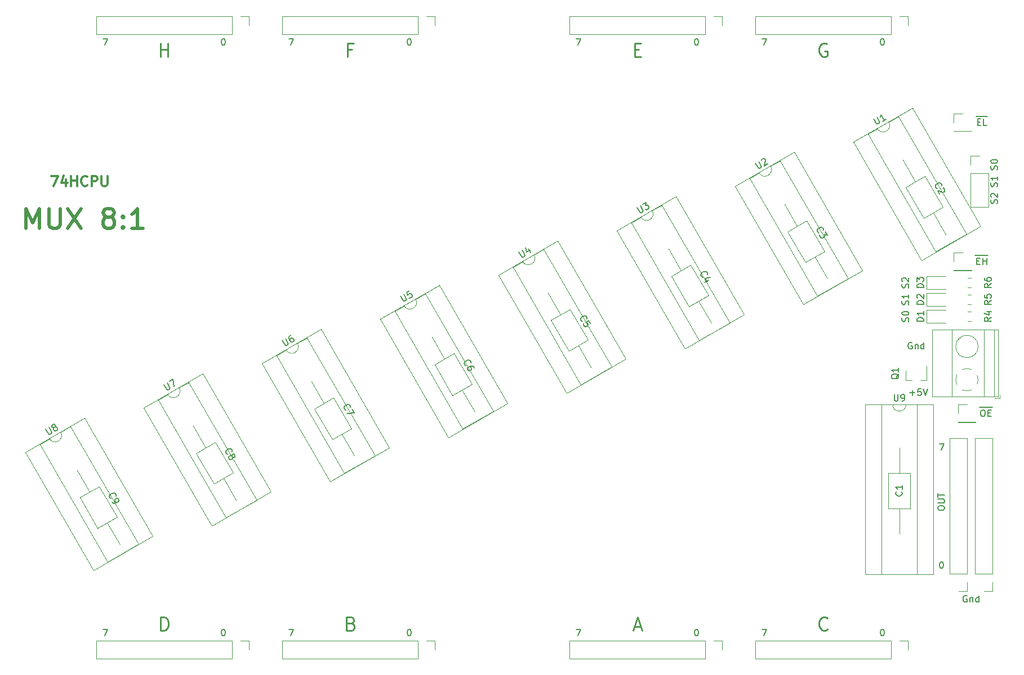
<source format=gbr>
%TF.GenerationSoftware,KiCad,Pcbnew,(5.1.8)-1*%
%TF.CreationDate,2024-01-21T21:17:12+03:00*%
%TF.ProjectId,MUX8x1-v5,4d555838-7831-42d7-9635-2e6b69636164,rev?*%
%TF.SameCoordinates,Original*%
%TF.FileFunction,Legend,Top*%
%TF.FilePolarity,Positive*%
%FSLAX46Y46*%
G04 Gerber Fmt 4.6, Leading zero omitted, Abs format (unit mm)*
G04 Created by KiCad (PCBNEW (5.1.8)-1) date 2024-01-21 21:17:12*
%MOMM*%
%LPD*%
G01*
G04 APERTURE LIST*
%ADD10C,0.500000*%
%ADD11C,0.300000*%
%ADD12C,0.150000*%
%ADD13C,0.250000*%
%ADD14C,0.120000*%
G04 APERTURE END LIST*
D10*
X31290714Y-63587142D02*
X31290714Y-60587142D01*
X32290714Y-62730000D01*
X33290714Y-60587142D01*
X33290714Y-63587142D01*
X34719285Y-60587142D02*
X34719285Y-63015714D01*
X34862142Y-63301428D01*
X35005000Y-63444285D01*
X35290714Y-63587142D01*
X35862142Y-63587142D01*
X36147857Y-63444285D01*
X36290714Y-63301428D01*
X36433571Y-63015714D01*
X36433571Y-60587142D01*
X37576428Y-60587142D02*
X39576428Y-63587142D01*
X39576428Y-60587142D02*
X37576428Y-63587142D01*
X43433571Y-61872857D02*
X43147857Y-61730000D01*
X43005000Y-61587142D01*
X42862142Y-61301428D01*
X42862142Y-61158571D01*
X43005000Y-60872857D01*
X43147857Y-60730000D01*
X43433571Y-60587142D01*
X44005000Y-60587142D01*
X44290714Y-60730000D01*
X44433571Y-60872857D01*
X44576428Y-61158571D01*
X44576428Y-61301428D01*
X44433571Y-61587142D01*
X44290714Y-61730000D01*
X44005000Y-61872857D01*
X43433571Y-61872857D01*
X43147857Y-62015714D01*
X43005000Y-62158571D01*
X42862142Y-62444285D01*
X42862142Y-63015714D01*
X43005000Y-63301428D01*
X43147857Y-63444285D01*
X43433571Y-63587142D01*
X44005000Y-63587142D01*
X44290714Y-63444285D01*
X44433571Y-63301428D01*
X44576428Y-63015714D01*
X44576428Y-62444285D01*
X44433571Y-62158571D01*
X44290714Y-62015714D01*
X44005000Y-61872857D01*
X45862142Y-63301428D02*
X46005000Y-63444285D01*
X45862142Y-63587142D01*
X45719285Y-63444285D01*
X45862142Y-63301428D01*
X45862142Y-63587142D01*
X45862142Y-61730000D02*
X46005000Y-61872857D01*
X45862142Y-62015714D01*
X45719285Y-61872857D01*
X45862142Y-61730000D01*
X45862142Y-62015714D01*
X48862142Y-63587142D02*
X47147857Y-63587142D01*
X48005000Y-63587142D02*
X48005000Y-60587142D01*
X47719285Y-61015714D01*
X47433571Y-61301428D01*
X47147857Y-61444285D01*
D11*
X35084285Y-55693571D02*
X36084285Y-55693571D01*
X35441428Y-57193571D01*
X37298571Y-56193571D02*
X37298571Y-57193571D01*
X36941428Y-55622142D02*
X36584285Y-56693571D01*
X37512857Y-56693571D01*
X38084285Y-57193571D02*
X38084285Y-55693571D01*
X38084285Y-56407857D02*
X38941428Y-56407857D01*
X38941428Y-57193571D02*
X38941428Y-55693571D01*
X40512857Y-57050714D02*
X40441428Y-57122142D01*
X40227142Y-57193571D01*
X40084285Y-57193571D01*
X39870000Y-57122142D01*
X39727142Y-56979285D01*
X39655714Y-56836428D01*
X39584285Y-56550714D01*
X39584285Y-56336428D01*
X39655714Y-56050714D01*
X39727142Y-55907857D01*
X39870000Y-55765000D01*
X40084285Y-55693571D01*
X40227142Y-55693571D01*
X40441428Y-55765000D01*
X40512857Y-55836428D01*
X41155714Y-57193571D02*
X41155714Y-55693571D01*
X41727142Y-55693571D01*
X41870000Y-55765000D01*
X41941428Y-55836428D01*
X42012857Y-55979285D01*
X42012857Y-56193571D01*
X41941428Y-56336428D01*
X41870000Y-56407857D01*
X41727142Y-56479285D01*
X41155714Y-56479285D01*
X42655714Y-55693571D02*
X42655714Y-56907857D01*
X42727142Y-57050714D01*
X42798571Y-57122142D01*
X42941428Y-57193571D01*
X43227142Y-57193571D01*
X43370000Y-57122142D01*
X43441428Y-57050714D01*
X43512857Y-56907857D01*
X43512857Y-55693571D01*
D12*
X174601309Y-90525000D02*
X175648928Y-90525000D01*
X175029880Y-90892380D02*
X175220357Y-90892380D01*
X175315595Y-90940000D01*
X175410833Y-91035238D01*
X175458452Y-91225714D01*
X175458452Y-91559047D01*
X175410833Y-91749523D01*
X175315595Y-91844761D01*
X175220357Y-91892380D01*
X175029880Y-91892380D01*
X174934642Y-91844761D01*
X174839404Y-91749523D01*
X174791785Y-91559047D01*
X174791785Y-91225714D01*
X174839404Y-91035238D01*
X174934642Y-90940000D01*
X175029880Y-90892380D01*
X175648928Y-90525000D02*
X176553690Y-90525000D01*
X175887023Y-91368571D02*
X176220357Y-91368571D01*
X176363214Y-91892380D02*
X175887023Y-91892380D01*
X175887023Y-90892380D01*
X176363214Y-90892380D01*
X164131785Y-88336428D02*
X164893690Y-88336428D01*
X164512738Y-88717380D02*
X164512738Y-87955476D01*
X165846071Y-87717380D02*
X165369880Y-87717380D01*
X165322261Y-88193571D01*
X165369880Y-88145952D01*
X165465119Y-88098333D01*
X165703214Y-88098333D01*
X165798452Y-88145952D01*
X165846071Y-88193571D01*
X165893690Y-88288809D01*
X165893690Y-88526904D01*
X165846071Y-88622142D01*
X165798452Y-88669761D01*
X165703214Y-88717380D01*
X165465119Y-88717380D01*
X165369880Y-88669761D01*
X165322261Y-88622142D01*
X166179404Y-87717380D02*
X166512738Y-88717380D01*
X166846071Y-87717380D01*
X164457142Y-80780000D02*
X164361904Y-80732380D01*
X164219047Y-80732380D01*
X164076190Y-80780000D01*
X163980952Y-80875238D01*
X163933333Y-80970476D01*
X163885714Y-81160952D01*
X163885714Y-81303809D01*
X163933333Y-81494285D01*
X163980952Y-81589523D01*
X164076190Y-81684761D01*
X164219047Y-81732380D01*
X164314285Y-81732380D01*
X164457142Y-81684761D01*
X164504761Y-81637142D01*
X164504761Y-81303809D01*
X164314285Y-81303809D01*
X164933333Y-81065714D02*
X164933333Y-81732380D01*
X164933333Y-81160952D02*
X164980952Y-81113333D01*
X165076190Y-81065714D01*
X165219047Y-81065714D01*
X165314285Y-81113333D01*
X165361904Y-81208571D01*
X165361904Y-81732380D01*
X166266666Y-81732380D02*
X166266666Y-80732380D01*
X166266666Y-81684761D02*
X166171428Y-81732380D01*
X165980952Y-81732380D01*
X165885714Y-81684761D01*
X165838095Y-81637142D01*
X165790476Y-81541904D01*
X165790476Y-81256190D01*
X165838095Y-81160952D01*
X165885714Y-81113333D01*
X165980952Y-81065714D01*
X166171428Y-81065714D01*
X166266666Y-81113333D01*
X163917261Y-72516904D02*
X163964880Y-72374047D01*
X163964880Y-72135952D01*
X163917261Y-72040714D01*
X163869642Y-71993095D01*
X163774404Y-71945476D01*
X163679166Y-71945476D01*
X163583928Y-71993095D01*
X163536309Y-72040714D01*
X163488690Y-72135952D01*
X163441071Y-72326428D01*
X163393452Y-72421666D01*
X163345833Y-72469285D01*
X163250595Y-72516904D01*
X163155357Y-72516904D01*
X163060119Y-72469285D01*
X163012500Y-72421666D01*
X162964880Y-72326428D01*
X162964880Y-72088333D01*
X163012500Y-71945476D01*
X163060119Y-71564523D02*
X163012500Y-71516904D01*
X162964880Y-71421666D01*
X162964880Y-71183571D01*
X163012500Y-71088333D01*
X163060119Y-71040714D01*
X163155357Y-70993095D01*
X163250595Y-70993095D01*
X163393452Y-71040714D01*
X163964880Y-71612142D01*
X163964880Y-70993095D01*
X163917261Y-75056904D02*
X163964880Y-74914047D01*
X163964880Y-74675952D01*
X163917261Y-74580714D01*
X163869642Y-74533095D01*
X163774404Y-74485476D01*
X163679166Y-74485476D01*
X163583928Y-74533095D01*
X163536309Y-74580714D01*
X163488690Y-74675952D01*
X163441071Y-74866428D01*
X163393452Y-74961666D01*
X163345833Y-75009285D01*
X163250595Y-75056904D01*
X163155357Y-75056904D01*
X163060119Y-75009285D01*
X163012500Y-74961666D01*
X162964880Y-74866428D01*
X162964880Y-74628333D01*
X163012500Y-74485476D01*
X163964880Y-73533095D02*
X163964880Y-74104523D01*
X163964880Y-73818809D02*
X162964880Y-73818809D01*
X163107738Y-73914047D01*
X163202976Y-74009285D01*
X163250595Y-74104523D01*
X163917261Y-77596904D02*
X163964880Y-77454047D01*
X163964880Y-77215952D01*
X163917261Y-77120714D01*
X163869642Y-77073095D01*
X163774404Y-77025476D01*
X163679166Y-77025476D01*
X163583928Y-77073095D01*
X163536309Y-77120714D01*
X163488690Y-77215952D01*
X163441071Y-77406428D01*
X163393452Y-77501666D01*
X163345833Y-77549285D01*
X163250595Y-77596904D01*
X163155357Y-77596904D01*
X163060119Y-77549285D01*
X163012500Y-77501666D01*
X162964880Y-77406428D01*
X162964880Y-77168333D01*
X163012500Y-77025476D01*
X162964880Y-76406428D02*
X162964880Y-76311190D01*
X163012500Y-76215952D01*
X163060119Y-76168333D01*
X163155357Y-76120714D01*
X163345833Y-76073095D01*
X163583928Y-76073095D01*
X163774404Y-76120714D01*
X163869642Y-76168333D01*
X163917261Y-76215952D01*
X163964880Y-76311190D01*
X163964880Y-76406428D01*
X163917261Y-76501666D01*
X163869642Y-76549285D01*
X163774404Y-76596904D01*
X163583928Y-76644523D01*
X163345833Y-76644523D01*
X163155357Y-76596904D01*
X163060119Y-76549285D01*
X163012500Y-76501666D01*
X162964880Y-76406428D01*
X177252261Y-59816904D02*
X177299880Y-59674047D01*
X177299880Y-59435952D01*
X177252261Y-59340714D01*
X177204642Y-59293095D01*
X177109404Y-59245476D01*
X177014166Y-59245476D01*
X176918928Y-59293095D01*
X176871309Y-59340714D01*
X176823690Y-59435952D01*
X176776071Y-59626428D01*
X176728452Y-59721666D01*
X176680833Y-59769285D01*
X176585595Y-59816904D01*
X176490357Y-59816904D01*
X176395119Y-59769285D01*
X176347500Y-59721666D01*
X176299880Y-59626428D01*
X176299880Y-59388333D01*
X176347500Y-59245476D01*
X176395119Y-58864523D02*
X176347500Y-58816904D01*
X176299880Y-58721666D01*
X176299880Y-58483571D01*
X176347500Y-58388333D01*
X176395119Y-58340714D01*
X176490357Y-58293095D01*
X176585595Y-58293095D01*
X176728452Y-58340714D01*
X177299880Y-58912142D01*
X177299880Y-58293095D01*
X177252261Y-57276904D02*
X177299880Y-57134047D01*
X177299880Y-56895952D01*
X177252261Y-56800714D01*
X177204642Y-56753095D01*
X177109404Y-56705476D01*
X177014166Y-56705476D01*
X176918928Y-56753095D01*
X176871309Y-56800714D01*
X176823690Y-56895952D01*
X176776071Y-57086428D01*
X176728452Y-57181666D01*
X176680833Y-57229285D01*
X176585595Y-57276904D01*
X176490357Y-57276904D01*
X176395119Y-57229285D01*
X176347500Y-57181666D01*
X176299880Y-57086428D01*
X176299880Y-56848333D01*
X176347500Y-56705476D01*
X177299880Y-55753095D02*
X177299880Y-56324523D01*
X177299880Y-56038809D02*
X176299880Y-56038809D01*
X176442738Y-56134047D01*
X176537976Y-56229285D01*
X176585595Y-56324523D01*
X177252261Y-54736904D02*
X177299880Y-54594047D01*
X177299880Y-54355952D01*
X177252261Y-54260714D01*
X177204642Y-54213095D01*
X177109404Y-54165476D01*
X177014166Y-54165476D01*
X176918928Y-54213095D01*
X176871309Y-54260714D01*
X176823690Y-54355952D01*
X176776071Y-54546428D01*
X176728452Y-54641666D01*
X176680833Y-54689285D01*
X176585595Y-54736904D01*
X176490357Y-54736904D01*
X176395119Y-54689285D01*
X176347500Y-54641666D01*
X176299880Y-54546428D01*
X176299880Y-54308333D01*
X176347500Y-54165476D01*
X176299880Y-53546428D02*
X176299880Y-53451190D01*
X176347500Y-53355952D01*
X176395119Y-53308333D01*
X176490357Y-53260714D01*
X176680833Y-53213095D01*
X176918928Y-53213095D01*
X177109404Y-53260714D01*
X177204642Y-53308333D01*
X177252261Y-53355952D01*
X177299880Y-53451190D01*
X177299880Y-53546428D01*
X177252261Y-53641666D01*
X177204642Y-53689285D01*
X177109404Y-53736904D01*
X176918928Y-53784523D01*
X176680833Y-53784523D01*
X176490357Y-53736904D01*
X176395119Y-53689285D01*
X176347500Y-53641666D01*
X176299880Y-53546428D01*
X174085357Y-46710000D02*
X174990119Y-46710000D01*
X174323452Y-47553571D02*
X174656785Y-47553571D01*
X174799642Y-48077380D02*
X174323452Y-48077380D01*
X174323452Y-47077380D01*
X174799642Y-47077380D01*
X174990119Y-46710000D02*
X175799642Y-46710000D01*
X175704404Y-48077380D02*
X175228214Y-48077380D01*
X175228214Y-47077380D01*
X173966309Y-67665000D02*
X174871071Y-67665000D01*
X174204404Y-68508571D02*
X174537738Y-68508571D01*
X174680595Y-69032380D02*
X174204404Y-69032380D01*
X174204404Y-68032380D01*
X174680595Y-68032380D01*
X174871071Y-67665000D02*
X175918690Y-67665000D01*
X175109166Y-69032380D02*
X175109166Y-68032380D01*
X175109166Y-68508571D02*
X175680595Y-68508571D01*
X175680595Y-69032380D02*
X175680595Y-68032380D01*
X168362380Y-105775000D02*
X168362380Y-105584523D01*
X168410000Y-105489285D01*
X168505238Y-105394047D01*
X168695714Y-105346428D01*
X169029047Y-105346428D01*
X169219523Y-105394047D01*
X169314761Y-105489285D01*
X169362380Y-105584523D01*
X169362380Y-105775000D01*
X169314761Y-105870238D01*
X169219523Y-105965476D01*
X169029047Y-106013095D01*
X168695714Y-106013095D01*
X168505238Y-105965476D01*
X168410000Y-105870238D01*
X168362380Y-105775000D01*
X168362380Y-104917857D02*
X169171904Y-104917857D01*
X169267142Y-104870238D01*
X169314761Y-104822619D01*
X169362380Y-104727380D01*
X169362380Y-104536904D01*
X169314761Y-104441666D01*
X169267142Y-104394047D01*
X169171904Y-104346428D01*
X168362380Y-104346428D01*
X168362380Y-104013095D02*
X168362380Y-103441666D01*
X169362380Y-103727380D02*
X168362380Y-103727380D01*
X168576666Y-95972380D02*
X169243333Y-95972380D01*
X168814761Y-96972380D01*
X168862380Y-113752380D02*
X168957619Y-113752380D01*
X169052857Y-113800000D01*
X169100476Y-113847619D01*
X169148095Y-113942857D01*
X169195714Y-114133333D01*
X169195714Y-114371428D01*
X169148095Y-114561904D01*
X169100476Y-114657142D01*
X169052857Y-114704761D01*
X168957619Y-114752380D01*
X168862380Y-114752380D01*
X168767142Y-114704761D01*
X168719523Y-114657142D01*
X168671904Y-114561904D01*
X168624285Y-114371428D01*
X168624285Y-114133333D01*
X168671904Y-113942857D01*
X168719523Y-113847619D01*
X168767142Y-113800000D01*
X168862380Y-113752380D01*
X172712142Y-118880000D02*
X172616904Y-118832380D01*
X172474047Y-118832380D01*
X172331190Y-118880000D01*
X172235952Y-118975238D01*
X172188333Y-119070476D01*
X172140714Y-119260952D01*
X172140714Y-119403809D01*
X172188333Y-119594285D01*
X172235952Y-119689523D01*
X172331190Y-119784761D01*
X172474047Y-119832380D01*
X172569285Y-119832380D01*
X172712142Y-119784761D01*
X172759761Y-119737142D01*
X172759761Y-119403809D01*
X172569285Y-119403809D01*
X173188333Y-119165714D02*
X173188333Y-119832380D01*
X173188333Y-119260952D02*
X173235952Y-119213333D01*
X173331190Y-119165714D01*
X173474047Y-119165714D01*
X173569285Y-119213333D01*
X173616904Y-119308571D01*
X173616904Y-119832380D01*
X174521666Y-119832380D02*
X174521666Y-118832380D01*
X174521666Y-119784761D02*
X174426428Y-119832380D01*
X174235952Y-119832380D01*
X174140714Y-119784761D01*
X174093095Y-119737142D01*
X174045476Y-119641904D01*
X174045476Y-119356190D01*
X174093095Y-119260952D01*
X174140714Y-119213333D01*
X174235952Y-119165714D01*
X174426428Y-119165714D01*
X174521666Y-119213333D01*
X60912380Y-35012380D02*
X61007619Y-35012380D01*
X61102857Y-35060000D01*
X61150476Y-35107619D01*
X61198095Y-35202857D01*
X61245714Y-35393333D01*
X61245714Y-35631428D01*
X61198095Y-35821904D01*
X61150476Y-35917142D01*
X61102857Y-35964761D01*
X61007619Y-36012380D01*
X60912380Y-36012380D01*
X60817142Y-35964761D01*
X60769523Y-35917142D01*
X60721904Y-35821904D01*
X60674285Y-35631428D01*
X60674285Y-35393333D01*
X60721904Y-35202857D01*
X60769523Y-35107619D01*
X60817142Y-35060000D01*
X60912380Y-35012380D01*
X42846666Y-35012380D02*
X43513333Y-35012380D01*
X43084761Y-36012380D01*
X88852380Y-35012380D02*
X88947619Y-35012380D01*
X89042857Y-35060000D01*
X89090476Y-35107619D01*
X89138095Y-35202857D01*
X89185714Y-35393333D01*
X89185714Y-35631428D01*
X89138095Y-35821904D01*
X89090476Y-35917142D01*
X89042857Y-35964761D01*
X88947619Y-36012380D01*
X88852380Y-36012380D01*
X88757142Y-35964761D01*
X88709523Y-35917142D01*
X88661904Y-35821904D01*
X88614285Y-35631428D01*
X88614285Y-35393333D01*
X88661904Y-35202857D01*
X88709523Y-35107619D01*
X88757142Y-35060000D01*
X88852380Y-35012380D01*
X70786666Y-35012380D02*
X71453333Y-35012380D01*
X71024761Y-36012380D01*
X132032380Y-35012380D02*
X132127619Y-35012380D01*
X132222857Y-35060000D01*
X132270476Y-35107619D01*
X132318095Y-35202857D01*
X132365714Y-35393333D01*
X132365714Y-35631428D01*
X132318095Y-35821904D01*
X132270476Y-35917142D01*
X132222857Y-35964761D01*
X132127619Y-36012380D01*
X132032380Y-36012380D01*
X131937142Y-35964761D01*
X131889523Y-35917142D01*
X131841904Y-35821904D01*
X131794285Y-35631428D01*
X131794285Y-35393333D01*
X131841904Y-35202857D01*
X131889523Y-35107619D01*
X131937142Y-35060000D01*
X132032380Y-35012380D01*
X113966666Y-35012380D02*
X114633333Y-35012380D01*
X114204761Y-36012380D01*
X159972380Y-35012380D02*
X160067619Y-35012380D01*
X160162857Y-35060000D01*
X160210476Y-35107619D01*
X160258095Y-35202857D01*
X160305714Y-35393333D01*
X160305714Y-35631428D01*
X160258095Y-35821904D01*
X160210476Y-35917142D01*
X160162857Y-35964761D01*
X160067619Y-36012380D01*
X159972380Y-36012380D01*
X159877142Y-35964761D01*
X159829523Y-35917142D01*
X159781904Y-35821904D01*
X159734285Y-35631428D01*
X159734285Y-35393333D01*
X159781904Y-35202857D01*
X159829523Y-35107619D01*
X159877142Y-35060000D01*
X159972380Y-35012380D01*
X141906666Y-35012380D02*
X142573333Y-35012380D01*
X142144761Y-36012380D01*
X159972380Y-123912380D02*
X160067619Y-123912380D01*
X160162857Y-123960000D01*
X160210476Y-124007619D01*
X160258095Y-124102857D01*
X160305714Y-124293333D01*
X160305714Y-124531428D01*
X160258095Y-124721904D01*
X160210476Y-124817142D01*
X160162857Y-124864761D01*
X160067619Y-124912380D01*
X159972380Y-124912380D01*
X159877142Y-124864761D01*
X159829523Y-124817142D01*
X159781904Y-124721904D01*
X159734285Y-124531428D01*
X159734285Y-124293333D01*
X159781904Y-124102857D01*
X159829523Y-124007619D01*
X159877142Y-123960000D01*
X159972380Y-123912380D01*
X141906666Y-123912380D02*
X142573333Y-123912380D01*
X142144761Y-124912380D01*
X132032380Y-123912380D02*
X132127619Y-123912380D01*
X132222857Y-123960000D01*
X132270476Y-124007619D01*
X132318095Y-124102857D01*
X132365714Y-124293333D01*
X132365714Y-124531428D01*
X132318095Y-124721904D01*
X132270476Y-124817142D01*
X132222857Y-124864761D01*
X132127619Y-124912380D01*
X132032380Y-124912380D01*
X131937142Y-124864761D01*
X131889523Y-124817142D01*
X131841904Y-124721904D01*
X131794285Y-124531428D01*
X131794285Y-124293333D01*
X131841904Y-124102857D01*
X131889523Y-124007619D01*
X131937142Y-123960000D01*
X132032380Y-123912380D01*
X113966666Y-123912380D02*
X114633333Y-123912380D01*
X114204761Y-124912380D01*
X88852380Y-123912380D02*
X88947619Y-123912380D01*
X89042857Y-123960000D01*
X89090476Y-124007619D01*
X89138095Y-124102857D01*
X89185714Y-124293333D01*
X89185714Y-124531428D01*
X89138095Y-124721904D01*
X89090476Y-124817142D01*
X89042857Y-124864761D01*
X88947619Y-124912380D01*
X88852380Y-124912380D01*
X88757142Y-124864761D01*
X88709523Y-124817142D01*
X88661904Y-124721904D01*
X88614285Y-124531428D01*
X88614285Y-124293333D01*
X88661904Y-124102857D01*
X88709523Y-124007619D01*
X88757142Y-123960000D01*
X88852380Y-123912380D01*
X70786666Y-123912380D02*
X71453333Y-123912380D01*
X71024761Y-124912380D01*
X42846666Y-123912380D02*
X43513333Y-123912380D01*
X43084761Y-124912380D01*
X60912380Y-123912380D02*
X61007619Y-123912380D01*
X61102857Y-123960000D01*
X61150476Y-124007619D01*
X61198095Y-124102857D01*
X61245714Y-124293333D01*
X61245714Y-124531428D01*
X61198095Y-124721904D01*
X61150476Y-124817142D01*
X61102857Y-124864761D01*
X61007619Y-124912380D01*
X60912380Y-124912380D01*
X60817142Y-124864761D01*
X60769523Y-124817142D01*
X60721904Y-124721904D01*
X60674285Y-124531428D01*
X60674285Y-124293333D01*
X60721904Y-124102857D01*
X60769523Y-124007619D01*
X60817142Y-123960000D01*
X60912380Y-123912380D01*
D13*
X151749047Y-123904285D02*
X151653809Y-123999523D01*
X151368095Y-124094761D01*
X151177619Y-124094761D01*
X150891904Y-123999523D01*
X150701428Y-123809047D01*
X150606190Y-123618571D01*
X150510952Y-123237619D01*
X150510952Y-122951904D01*
X150606190Y-122570952D01*
X150701428Y-122380476D01*
X150891904Y-122190000D01*
X151177619Y-122094761D01*
X151368095Y-122094761D01*
X151653809Y-122190000D01*
X151749047Y-122285238D01*
X122713809Y-123523333D02*
X123666190Y-123523333D01*
X122523333Y-124094761D02*
X123190000Y-122094761D01*
X123856666Y-124094761D01*
X80152857Y-123047142D02*
X80438571Y-123142380D01*
X80533809Y-123237619D01*
X80629047Y-123428095D01*
X80629047Y-123713809D01*
X80533809Y-123904285D01*
X80438571Y-123999523D01*
X80248095Y-124094761D01*
X79486190Y-124094761D01*
X79486190Y-122094761D01*
X80152857Y-122094761D01*
X80343333Y-122190000D01*
X80438571Y-122285238D01*
X80533809Y-122475714D01*
X80533809Y-122666190D01*
X80438571Y-122856666D01*
X80343333Y-122951904D01*
X80152857Y-123047142D01*
X79486190Y-123047142D01*
X51546190Y-124094761D02*
X51546190Y-122094761D01*
X52022380Y-122094761D01*
X52308095Y-122190000D01*
X52498571Y-122380476D01*
X52593809Y-122570952D01*
X52689047Y-122951904D01*
X52689047Y-123237619D01*
X52593809Y-123618571D01*
X52498571Y-123809047D01*
X52308095Y-123999523D01*
X52022380Y-124094761D01*
X51546190Y-124094761D01*
X122761428Y-36687142D02*
X123428095Y-36687142D01*
X123713809Y-37734761D02*
X122761428Y-37734761D01*
X122761428Y-35734761D01*
X123713809Y-35734761D01*
X151653809Y-35830000D02*
X151463333Y-35734761D01*
X151177619Y-35734761D01*
X150891904Y-35830000D01*
X150701428Y-36020476D01*
X150606190Y-36210952D01*
X150510952Y-36591904D01*
X150510952Y-36877619D01*
X150606190Y-37258571D01*
X150701428Y-37449047D01*
X150891904Y-37639523D01*
X151177619Y-37734761D01*
X151368095Y-37734761D01*
X151653809Y-37639523D01*
X151749047Y-37544285D01*
X151749047Y-36877619D01*
X151368095Y-36877619D01*
X51498571Y-37734761D02*
X51498571Y-35734761D01*
X51498571Y-36687142D02*
X52641428Y-36687142D01*
X52641428Y-37734761D02*
X52641428Y-35734761D01*
X80295714Y-36687142D02*
X79629047Y-36687142D01*
X79629047Y-37734761D02*
X79629047Y-35734761D01*
X80581428Y-35734761D01*
D14*
%TO.C,Q1*%
X163520000Y-86485000D02*
X164450000Y-86485000D01*
X166680000Y-86485000D02*
X165750000Y-86485000D01*
X166680000Y-86485000D02*
X166680000Y-84325000D01*
X163520000Y-86485000D02*
X163520000Y-85025000D01*
%TO.C,J20*%
X170755000Y-67250000D02*
X172085000Y-67250000D01*
X170755000Y-68580000D02*
X170755000Y-67250000D01*
X170755000Y-69850000D02*
X173415000Y-69850000D01*
X173415000Y-69850000D02*
X173415000Y-69910000D01*
X170755000Y-69850000D02*
X170755000Y-69910000D01*
X170755000Y-69910000D02*
X173415000Y-69910000D01*
%TO.C,J11*%
X163890000Y-125670000D02*
X163890000Y-127000000D01*
X162560000Y-125670000D02*
X163890000Y-125670000D01*
X161290000Y-125670000D02*
X161290000Y-128330000D01*
X161290000Y-128330000D02*
X140910000Y-128330000D01*
X161290000Y-125670000D02*
X140910000Y-125670000D01*
X140910000Y-125670000D02*
X140910000Y-128330000D01*
%TO.C,U9*%
X167700000Y-90050000D02*
X157420000Y-90050000D01*
X167700000Y-115690000D02*
X167700000Y-90050000D01*
X157420000Y-115690000D02*
X167700000Y-115690000D01*
X157420000Y-90050000D02*
X157420000Y-115690000D01*
X165210000Y-90110000D02*
X163560000Y-90110000D01*
X165210000Y-115630000D02*
X165210000Y-90110000D01*
X159910000Y-115630000D02*
X165210000Y-115630000D01*
X159910000Y-90110000D02*
X159910000Y-115630000D01*
X161560000Y-90110000D02*
X159910000Y-90110000D01*
X163560000Y-90110000D02*
G75*
G02*
X161560000Y-90110000I-1000000J0D01*
G01*
%TO.C,U8*%
X40075927Y-92111225D02*
X31173186Y-97251225D01*
X50355927Y-109916707D02*
X40075927Y-92111225D01*
X41453186Y-115056707D02*
X50355927Y-109916707D01*
X31173186Y-97251225D02*
X41453186Y-115056707D01*
X37949524Y-93408186D02*
X36520582Y-94233186D01*
X48169524Y-111109745D02*
X37949524Y-93408186D01*
X43579589Y-113759745D02*
X48169524Y-111109745D01*
X33359589Y-96058186D02*
X43579589Y-113759745D01*
X34788531Y-95233186D02*
X33359589Y-96058186D01*
X36520583Y-94233186D02*
G75*
G02*
X34788531Y-95233186I-866026J-500000D01*
G01*
%TO.C,U7*%
X57855927Y-85443725D02*
X48953186Y-90583725D01*
X68135927Y-103249207D02*
X57855927Y-85443725D01*
X59233186Y-108389207D02*
X68135927Y-103249207D01*
X48953186Y-90583725D02*
X59233186Y-108389207D01*
X55729524Y-86740686D02*
X54300582Y-87565686D01*
X65949524Y-104442245D02*
X55729524Y-86740686D01*
X61359589Y-107092245D02*
X65949524Y-104442245D01*
X51139589Y-89390686D02*
X61359589Y-107092245D01*
X52568531Y-88565686D02*
X51139589Y-89390686D01*
X54300583Y-87565686D02*
G75*
G02*
X52568531Y-88565686I-866026J-500000D01*
G01*
%TO.C,U6*%
X75635927Y-78776225D02*
X66733186Y-83916225D01*
X85915927Y-96581707D02*
X75635927Y-78776225D01*
X77013186Y-101721707D02*
X85915927Y-96581707D01*
X66733186Y-83916225D02*
X77013186Y-101721707D01*
X73509524Y-80073186D02*
X72080582Y-80898186D01*
X83729524Y-97774745D02*
X73509524Y-80073186D01*
X79139589Y-100424745D02*
X83729524Y-97774745D01*
X68919589Y-82723186D02*
X79139589Y-100424745D01*
X70348531Y-81898186D02*
X68919589Y-82723186D01*
X72080583Y-80898186D02*
G75*
G02*
X70348531Y-81898186I-866026J-500000D01*
G01*
%TO.C,U5*%
X93415927Y-72108725D02*
X84513186Y-77248725D01*
X103695927Y-89914207D02*
X93415927Y-72108725D01*
X94793186Y-95054207D02*
X103695927Y-89914207D01*
X84513186Y-77248725D02*
X94793186Y-95054207D01*
X91289524Y-73405686D02*
X89860582Y-74230686D01*
X101509524Y-91107245D02*
X91289524Y-73405686D01*
X96919589Y-93757245D02*
X101509524Y-91107245D01*
X86699589Y-76055686D02*
X96919589Y-93757245D01*
X88128531Y-75230686D02*
X86699589Y-76055686D01*
X89860583Y-74230686D02*
G75*
G02*
X88128531Y-75230686I-866026J-500000D01*
G01*
%TO.C,U4*%
X111195927Y-65441225D02*
X102293186Y-70581225D01*
X121475927Y-83246707D02*
X111195927Y-65441225D01*
X112573186Y-88386707D02*
X121475927Y-83246707D01*
X102293186Y-70581225D02*
X112573186Y-88386707D01*
X109069524Y-66738186D02*
X107640582Y-67563186D01*
X119289524Y-84439745D02*
X109069524Y-66738186D01*
X114699589Y-87089745D02*
X119289524Y-84439745D01*
X104479589Y-69388186D02*
X114699589Y-87089745D01*
X105908531Y-68563186D02*
X104479589Y-69388186D01*
X107640583Y-67563186D02*
G75*
G02*
X105908531Y-68563186I-866026J-500000D01*
G01*
%TO.C,U3*%
X128975927Y-58773725D02*
X120073186Y-63913725D01*
X139255927Y-76579207D02*
X128975927Y-58773725D01*
X130353186Y-81719207D02*
X139255927Y-76579207D01*
X120073186Y-63913725D02*
X130353186Y-81719207D01*
X126849524Y-60070686D02*
X125420582Y-60895686D01*
X137069524Y-77772245D02*
X126849524Y-60070686D01*
X132479589Y-80422245D02*
X137069524Y-77772245D01*
X122259589Y-62720686D02*
X132479589Y-80422245D01*
X123688531Y-61895686D02*
X122259589Y-62720686D01*
X125420583Y-60895686D02*
G75*
G02*
X123688531Y-61895686I-866026J-500000D01*
G01*
%TO.C,U2*%
X146755927Y-52106225D02*
X137853186Y-57246225D01*
X157035927Y-69911707D02*
X146755927Y-52106225D01*
X148133186Y-75051707D02*
X157035927Y-69911707D01*
X137853186Y-57246225D02*
X148133186Y-75051707D01*
X144629524Y-53403186D02*
X143200582Y-54228186D01*
X154849524Y-71104745D02*
X144629524Y-53403186D01*
X150259589Y-73754745D02*
X154849524Y-71104745D01*
X140039589Y-56053186D02*
X150259589Y-73754745D01*
X141468531Y-55228186D02*
X140039589Y-56053186D01*
X143200583Y-54228186D02*
G75*
G02*
X141468531Y-55228186I-866026J-500000D01*
G01*
%TO.C,U1*%
X164535927Y-45438725D02*
X155633186Y-50578725D01*
X174815927Y-63244207D02*
X164535927Y-45438725D01*
X165913186Y-68384207D02*
X174815927Y-63244207D01*
X155633186Y-50578725D02*
X165913186Y-68384207D01*
X162409524Y-46735686D02*
X160980582Y-47560686D01*
X172629524Y-64437245D02*
X162409524Y-46735686D01*
X168039589Y-67087245D02*
X172629524Y-64437245D01*
X157819589Y-49385686D02*
X168039589Y-67087245D01*
X159248531Y-48560686D02*
X157819589Y-49385686D01*
X160980583Y-47560686D02*
G75*
G02*
X159248531Y-48560686I-866026J-500000D01*
G01*
%TO.C,R6*%
X172857936Y-72490000D02*
X173312064Y-72490000D01*
X172857936Y-71020000D02*
X173312064Y-71020000D01*
%TO.C,R5*%
X172857936Y-75030000D02*
X173312064Y-75030000D01*
X172857936Y-73560000D02*
X173312064Y-73560000D01*
%TO.C,R4*%
X172857936Y-77570000D02*
X173312064Y-77570000D01*
X172857936Y-76100000D02*
X173312064Y-76100000D01*
%TO.C,J21*%
X172780000Y-118170000D02*
X171450000Y-118170000D01*
X172780000Y-116840000D02*
X172780000Y-118170000D01*
X172780000Y-115570000D02*
X170120000Y-115570000D01*
X170120000Y-115570000D02*
X170120000Y-95190000D01*
X172780000Y-115570000D02*
X172780000Y-95190000D01*
X172780000Y-95190000D02*
X170120000Y-95190000D01*
%TO.C,J16*%
X64830000Y-31690000D02*
X64830000Y-33020000D01*
X63500000Y-31690000D02*
X64830000Y-31690000D01*
X62230000Y-31690000D02*
X62230000Y-34350000D01*
X62230000Y-34350000D02*
X41850000Y-34350000D01*
X62230000Y-31690000D02*
X41850000Y-31690000D01*
X41850000Y-31690000D02*
X41850000Y-34350000D01*
%TO.C,J15*%
X64830000Y-125670000D02*
X64830000Y-127000000D01*
X63500000Y-125670000D02*
X64830000Y-125670000D01*
X62230000Y-125670000D02*
X62230000Y-128330000D01*
X62230000Y-128330000D02*
X41850000Y-128330000D01*
X62230000Y-125670000D02*
X41850000Y-125670000D01*
X41850000Y-125670000D02*
X41850000Y-128330000D01*
%TO.C,J13*%
X170755000Y-46295000D02*
X172085000Y-46295000D01*
X170755000Y-47625000D02*
X170755000Y-46295000D01*
X170755000Y-48895000D02*
X173415000Y-48895000D01*
X173415000Y-48895000D02*
X173415000Y-48955000D01*
X170755000Y-48895000D02*
X170755000Y-48955000D01*
X170755000Y-48955000D02*
X173415000Y-48955000D01*
%TO.C,J12*%
X163890000Y-31690000D02*
X163890000Y-33020000D01*
X162560000Y-31690000D02*
X163890000Y-31690000D01*
X161290000Y-31690000D02*
X161290000Y-34350000D01*
X161290000Y-34350000D02*
X140910000Y-34350000D01*
X161290000Y-31690000D02*
X140910000Y-31690000D01*
X140910000Y-31690000D02*
X140910000Y-34350000D01*
%TO.C,J10*%
X173295000Y-52645000D02*
X174625000Y-52645000D01*
X173295000Y-53975000D02*
X173295000Y-52645000D01*
X173295000Y-55245000D02*
X175955000Y-55245000D01*
X175955000Y-55245000D02*
X175955000Y-60385000D01*
X173295000Y-55245000D02*
X173295000Y-60385000D01*
X173295000Y-60385000D02*
X175955000Y-60385000D01*
%TO.C,J9*%
X177620000Y-89160000D02*
X177620000Y-88660000D01*
X176880000Y-89160000D02*
X177620000Y-89160000D01*
X173743000Y-82587000D02*
X173789000Y-82634000D01*
X171445000Y-80290000D02*
X171481000Y-80325000D01*
X173959000Y-82394000D02*
X173994000Y-82429000D01*
X171651000Y-80085000D02*
X171697000Y-80132000D01*
X167459000Y-78800000D02*
X177380000Y-78800000D01*
X167459000Y-88920000D02*
X177380000Y-88920000D01*
X177380000Y-88920000D02*
X177380000Y-78800000D01*
X167459000Y-88920000D02*
X167459000Y-78800000D01*
X170419000Y-88920000D02*
X170419000Y-78800000D01*
X175320000Y-88920000D02*
X175320000Y-78800000D01*
X176820000Y-88920000D02*
X176820000Y-78800000D01*
X174400000Y-81360000D02*
G75*
G03*
X174400000Y-81360000I-1680000J0D01*
G01*
X174400253Y-86331195D02*
G75*
G02*
X174255000Y-87044000I-1680253J-28805D01*
G01*
X173403042Y-87895426D02*
G75*
G02*
X172036000Y-87895000I-683042J1535426D01*
G01*
X171184574Y-87043042D02*
G75*
G02*
X171185000Y-85676000I1535426J683042D01*
G01*
X172036958Y-84824574D02*
G75*
G02*
X173404000Y-84825000I683042J-1535426D01*
G01*
X174254756Y-85676682D02*
G75*
G02*
X174400000Y-86360000I-1534756J-683318D01*
G01*
%TO.C,J7*%
X171390000Y-90110000D02*
X172720000Y-90110000D01*
X171390000Y-91440000D02*
X171390000Y-90110000D01*
X171390000Y-92710000D02*
X174050000Y-92710000D01*
X174050000Y-92710000D02*
X174050000Y-92770000D01*
X171390000Y-92710000D02*
X171390000Y-92770000D01*
X171390000Y-92770000D02*
X174050000Y-92770000D01*
%TO.C,J6*%
X92770000Y-31690000D02*
X92770000Y-33020000D01*
X91440000Y-31690000D02*
X92770000Y-31690000D01*
X90170000Y-31690000D02*
X90170000Y-34350000D01*
X90170000Y-34350000D02*
X69790000Y-34350000D01*
X90170000Y-31690000D02*
X69790000Y-31690000D01*
X69790000Y-31690000D02*
X69790000Y-34350000D01*
%TO.C,J5*%
X92770000Y-125670000D02*
X92770000Y-127000000D01*
X91440000Y-125670000D02*
X92770000Y-125670000D01*
X90170000Y-125670000D02*
X90170000Y-128330000D01*
X90170000Y-128330000D02*
X69790000Y-128330000D01*
X90170000Y-125670000D02*
X69790000Y-125670000D01*
X69790000Y-125670000D02*
X69790000Y-128330000D01*
%TO.C,J3*%
X176590000Y-118170000D02*
X175260000Y-118170000D01*
X176590000Y-116840000D02*
X176590000Y-118170000D01*
X176590000Y-115570000D02*
X173930000Y-115570000D01*
X173930000Y-115570000D02*
X173930000Y-95190000D01*
X176590000Y-115570000D02*
X176590000Y-95190000D01*
X176590000Y-95190000D02*
X173930000Y-95190000D01*
%TO.C,J2*%
X135950000Y-31690000D02*
X135950000Y-33020000D01*
X134620000Y-31690000D02*
X135950000Y-31690000D01*
X133350000Y-31690000D02*
X133350000Y-34350000D01*
X133350000Y-34350000D02*
X112970000Y-34350000D01*
X133350000Y-31690000D02*
X112970000Y-31690000D01*
X112970000Y-31690000D02*
X112970000Y-34350000D01*
%TO.C,J1*%
X135950000Y-125670000D02*
X135950000Y-127000000D01*
X134620000Y-125670000D02*
X135950000Y-125670000D01*
X133350000Y-125670000D02*
X133350000Y-128330000D01*
X133350000Y-128330000D02*
X112970000Y-128330000D01*
X133350000Y-125670000D02*
X112970000Y-125670000D01*
X112970000Y-125670000D02*
X112970000Y-128330000D01*
%TO.C,D3*%
X166660000Y-72715000D02*
X169520000Y-72715000D01*
X166660000Y-70795000D02*
X166660000Y-72715000D01*
X169520000Y-70795000D02*
X166660000Y-70795000D01*
%TO.C,D2*%
X166660000Y-75255000D02*
X169520000Y-75255000D01*
X166660000Y-73335000D02*
X166660000Y-75255000D01*
X169520000Y-73335000D02*
X166660000Y-73335000D01*
%TO.C,D1*%
X166660000Y-77795000D02*
X169520000Y-77795000D01*
X166660000Y-75875000D02*
X166660000Y-77795000D01*
X169520000Y-75875000D02*
X166660000Y-75875000D01*
%TO.C,C9*%
X45397500Y-111149715D02*
X43502500Y-107867478D01*
X38937500Y-99960666D02*
X40832500Y-103242903D01*
X44948762Y-107032478D02*
X42278762Y-102407903D01*
X42056238Y-108702478D02*
X44948762Y-107032478D01*
X39386238Y-104077903D02*
X42056238Y-108702478D01*
X42278762Y-102407903D02*
X39386238Y-104077903D01*
%TO.C,C8*%
X62860000Y-104482215D02*
X60965000Y-101199978D01*
X56400000Y-93293166D02*
X58295000Y-96575403D01*
X62411262Y-100364978D02*
X59741262Y-95740403D01*
X59518738Y-102034978D02*
X62411262Y-100364978D01*
X56848738Y-97410403D02*
X59518738Y-102034978D01*
X59741262Y-95740403D02*
X56848738Y-97410403D01*
%TO.C,C7*%
X80640000Y-97814715D02*
X78745000Y-94532478D01*
X74180000Y-86625666D02*
X76075000Y-89907903D01*
X80191262Y-93697478D02*
X77521262Y-89072903D01*
X77298738Y-95367478D02*
X80191262Y-93697478D01*
X74628738Y-90742903D02*
X77298738Y-95367478D01*
X77521262Y-89072903D02*
X74628738Y-90742903D01*
%TO.C,C6*%
X98737500Y-91147215D02*
X96842500Y-87864978D01*
X92277500Y-79958166D02*
X94172500Y-83240403D01*
X98288762Y-87029978D02*
X95618762Y-82405403D01*
X95396238Y-88699978D02*
X98288762Y-87029978D01*
X92726238Y-84075403D02*
X95396238Y-88699978D01*
X95618762Y-82405403D02*
X92726238Y-84075403D01*
%TO.C,C5*%
X116200000Y-84479715D02*
X114305000Y-81197478D01*
X109740000Y-73290666D02*
X111635000Y-76572903D01*
X115751262Y-80362478D02*
X113081262Y-75737903D01*
X112858738Y-82032478D02*
X115751262Y-80362478D01*
X110188738Y-77407903D02*
X112858738Y-82032478D01*
X113081262Y-75737903D02*
X110188738Y-77407903D01*
%TO.C,C4*%
X134297500Y-77812215D02*
X132402500Y-74529978D01*
X127837500Y-66623166D02*
X129732500Y-69905403D01*
X133848762Y-73694978D02*
X131178762Y-69070403D01*
X130956238Y-75364978D02*
X133848762Y-73694978D01*
X128286238Y-70740403D02*
X130956238Y-75364978D01*
X131178762Y-69070403D02*
X128286238Y-70740403D01*
%TO.C,C3*%
X151760000Y-71144715D02*
X149865000Y-67862478D01*
X145300000Y-59955666D02*
X147195000Y-63237903D01*
X151311262Y-67027478D02*
X148641262Y-62402903D01*
X148418738Y-68697478D02*
X151311262Y-67027478D01*
X145748738Y-64072903D02*
X148418738Y-68697478D01*
X148641262Y-62402903D02*
X145748738Y-64072903D01*
%TO.C,C2*%
X169540000Y-64477215D02*
X167645000Y-61194978D01*
X163080000Y-53288166D02*
X164975000Y-56570403D01*
X169091262Y-60359978D02*
X166421262Y-55735403D01*
X166198738Y-62029978D02*
X169091262Y-60359978D01*
X163528738Y-57405403D02*
X166198738Y-62029978D01*
X166421262Y-55735403D02*
X163528738Y-57405403D01*
%TO.C,C1*%
X162560000Y-109527500D02*
X162560000Y-105737500D01*
X162560000Y-96607500D02*
X162560000Y-100397500D01*
X164230000Y-105737500D02*
X164230000Y-100397500D01*
X160890000Y-105737500D02*
X164230000Y-105737500D01*
X160890000Y-100397500D02*
X160890000Y-105737500D01*
X164230000Y-100397500D02*
X160890000Y-100397500D01*
%TO.C,Q1*%
D12*
X162472619Y-85502738D02*
X162425000Y-85597976D01*
X162329761Y-85693214D01*
X162186904Y-85836071D01*
X162139285Y-85931309D01*
X162139285Y-86026547D01*
X162377380Y-85978928D02*
X162329761Y-86074166D01*
X162234523Y-86169404D01*
X162044047Y-86217023D01*
X161710714Y-86217023D01*
X161520238Y-86169404D01*
X161425000Y-86074166D01*
X161377380Y-85978928D01*
X161377380Y-85788452D01*
X161425000Y-85693214D01*
X161520238Y-85597976D01*
X161710714Y-85550357D01*
X162044047Y-85550357D01*
X162234523Y-85597976D01*
X162329761Y-85693214D01*
X162377380Y-85788452D01*
X162377380Y-85978928D01*
X162377380Y-84597976D02*
X162377380Y-85169404D01*
X162377380Y-84883690D02*
X161377380Y-84883690D01*
X161520238Y-84978928D01*
X161615476Y-85074166D01*
X161663095Y-85169404D01*
%TO.C,U9*%
X161798095Y-88562380D02*
X161798095Y-89371904D01*
X161845714Y-89467142D01*
X161893333Y-89514761D01*
X161988571Y-89562380D01*
X162179047Y-89562380D01*
X162274285Y-89514761D01*
X162321904Y-89467142D01*
X162369523Y-89371904D01*
X162369523Y-88562380D01*
X162893333Y-89562380D02*
X163083809Y-89562380D01*
X163179047Y-89514761D01*
X163226666Y-89467142D01*
X163321904Y-89324285D01*
X163369523Y-89133809D01*
X163369523Y-88752857D01*
X163321904Y-88657619D01*
X163274285Y-88610000D01*
X163179047Y-88562380D01*
X162988571Y-88562380D01*
X162893333Y-88610000D01*
X162845714Y-88657619D01*
X162798095Y-88752857D01*
X162798095Y-88990952D01*
X162845714Y-89086190D01*
X162893333Y-89133809D01*
X162988571Y-89181428D01*
X163179047Y-89181428D01*
X163274285Y-89133809D01*
X163321904Y-89086190D01*
X163369523Y-88990952D01*
%TO.C,U8*%
X34220918Y-93773861D02*
X34625680Y-94474929D01*
X34714538Y-94533598D01*
X34779587Y-94551028D01*
X34885875Y-94544648D01*
X35050833Y-94449410D01*
X35109502Y-94360552D01*
X35126931Y-94295503D01*
X35120552Y-94189215D01*
X34715790Y-93488147D01*
X35466186Y-93549777D02*
X35359898Y-93556156D01*
X35294849Y-93538726D01*
X35205991Y-93480057D01*
X35182182Y-93438818D01*
X35175802Y-93332530D01*
X35193232Y-93267481D01*
X35251901Y-93178623D01*
X35416858Y-93083385D01*
X35523146Y-93077005D01*
X35588195Y-93094435D01*
X35677053Y-93153104D01*
X35700863Y-93194343D01*
X35707243Y-93300631D01*
X35689813Y-93365680D01*
X35631144Y-93454538D01*
X35466186Y-93549777D01*
X35407517Y-93638635D01*
X35390088Y-93703684D01*
X35396467Y-93809972D01*
X35491705Y-93974929D01*
X35580564Y-94033598D01*
X35645613Y-94051028D01*
X35751901Y-94044648D01*
X35916858Y-93949410D01*
X35975527Y-93860552D01*
X35992957Y-93795503D01*
X35986577Y-93689215D01*
X35891339Y-93524258D01*
X35802481Y-93465588D01*
X35737432Y-93448159D01*
X35631144Y-93454538D01*
%TO.C,U7*%
X52000918Y-87106361D02*
X52405680Y-87807429D01*
X52494538Y-87866098D01*
X52559587Y-87883528D01*
X52665875Y-87877148D01*
X52830833Y-87781910D01*
X52889502Y-87693052D01*
X52906931Y-87628003D01*
X52900552Y-87521715D01*
X52495790Y-86820647D01*
X52825704Y-86630170D02*
X53403054Y-86296837D01*
X53531901Y-87377148D01*
%TO.C,U6*%
X69780918Y-80438861D02*
X70185680Y-81139929D01*
X70274538Y-81198598D01*
X70339587Y-81216028D01*
X70445875Y-81209648D01*
X70610833Y-81114410D01*
X70669502Y-81025552D01*
X70686931Y-80960503D01*
X70680552Y-80854215D01*
X70275790Y-80153147D01*
X71059337Y-79700766D02*
X70894379Y-79796004D01*
X70835710Y-79884862D01*
X70818280Y-79949911D01*
X70807230Y-80121248D01*
X70861229Y-80310015D01*
X71051705Y-80639929D01*
X71140564Y-80698598D01*
X71205613Y-80716028D01*
X71311901Y-80709648D01*
X71476858Y-80614410D01*
X71535527Y-80525552D01*
X71552957Y-80460503D01*
X71546577Y-80354215D01*
X71427529Y-80148018D01*
X71338671Y-80089349D01*
X71273622Y-80071919D01*
X71167334Y-80078299D01*
X71002377Y-80173537D01*
X70943708Y-80262396D01*
X70926278Y-80327444D01*
X70932658Y-80433733D01*
%TO.C,U5*%
X87560918Y-73771361D02*
X87965680Y-74472429D01*
X88054538Y-74531098D01*
X88119587Y-74548528D01*
X88225875Y-74542148D01*
X88390833Y-74446910D01*
X88449502Y-74358052D01*
X88466931Y-74293003D01*
X88460552Y-74186715D01*
X88055790Y-73485647D01*
X88880576Y-73009456D02*
X88468183Y-73247551D01*
X88665039Y-73683754D01*
X88682469Y-73618705D01*
X88741138Y-73529847D01*
X88947334Y-73410799D01*
X89053622Y-73404419D01*
X89118671Y-73421849D01*
X89207529Y-73480518D01*
X89326577Y-73686715D01*
X89332957Y-73793003D01*
X89315527Y-73858052D01*
X89256858Y-73946910D01*
X89050661Y-74065958D01*
X88944373Y-74072337D01*
X88879324Y-74054908D01*
%TO.C,U4*%
X105340918Y-67103861D02*
X105745680Y-67804929D01*
X105834538Y-67863598D01*
X105899587Y-67881028D01*
X106005875Y-67874648D01*
X106170833Y-67779410D01*
X106229502Y-67690552D01*
X106246931Y-67625503D01*
X106240552Y-67519215D01*
X105835790Y-66818147D01*
X106786003Y-66654441D02*
X107119337Y-67231791D01*
X106389331Y-66443574D02*
X106540277Y-67181211D01*
X107076388Y-66871687D01*
%TO.C,U3*%
X123120918Y-60436361D02*
X123525680Y-61137429D01*
X123614538Y-61196098D01*
X123679587Y-61213528D01*
X123785875Y-61207148D01*
X123950833Y-61111910D01*
X124009502Y-61023052D01*
X124026931Y-60958003D01*
X124020552Y-60851715D01*
X123615790Y-60150647D01*
X123945704Y-59960170D02*
X124481815Y-59650647D01*
X124383616Y-60147228D01*
X124507334Y-60075799D01*
X124613622Y-60069419D01*
X124678671Y-60086849D01*
X124767529Y-60145518D01*
X124886577Y-60351715D01*
X124892957Y-60458003D01*
X124875527Y-60523052D01*
X124816858Y-60611910D01*
X124569422Y-60754767D01*
X124463134Y-60761147D01*
X124398085Y-60743717D01*
%TO.C,U2*%
X140900918Y-53768861D02*
X141305680Y-54469929D01*
X141394538Y-54528598D01*
X141459587Y-54546028D01*
X141565875Y-54539648D01*
X141730833Y-54444410D01*
X141789502Y-54355552D01*
X141806931Y-54290503D01*
X141800552Y-54184215D01*
X141395790Y-53483147D01*
X141814563Y-53351339D02*
X141831992Y-53286291D01*
X141890661Y-53197432D01*
X142096858Y-53078385D01*
X142203146Y-53072005D01*
X142268195Y-53089435D01*
X142357053Y-53148104D01*
X142404672Y-53230582D01*
X142434862Y-53378110D01*
X142225704Y-54158696D01*
X142761815Y-53849172D01*
%TO.C,U1*%
X158680918Y-47101361D02*
X159085680Y-47802429D01*
X159174538Y-47861098D01*
X159239587Y-47878528D01*
X159345875Y-47872148D01*
X159510833Y-47776910D01*
X159569502Y-47688052D01*
X159586931Y-47623003D01*
X159580552Y-47516715D01*
X159175790Y-46815647D01*
X160541815Y-47181672D02*
X160046944Y-47467386D01*
X160294379Y-47324529D02*
X159794379Y-46458504D01*
X159783329Y-46629841D01*
X159748470Y-46759938D01*
X159689801Y-46848797D01*
%TO.C,R6*%
X176347380Y-71921666D02*
X175871190Y-72255000D01*
X176347380Y-72493095D02*
X175347380Y-72493095D01*
X175347380Y-72112142D01*
X175395000Y-72016904D01*
X175442619Y-71969285D01*
X175537857Y-71921666D01*
X175680714Y-71921666D01*
X175775952Y-71969285D01*
X175823571Y-72016904D01*
X175871190Y-72112142D01*
X175871190Y-72493095D01*
X175347380Y-71064523D02*
X175347380Y-71255000D01*
X175395000Y-71350238D01*
X175442619Y-71397857D01*
X175585476Y-71493095D01*
X175775952Y-71540714D01*
X176156904Y-71540714D01*
X176252142Y-71493095D01*
X176299761Y-71445476D01*
X176347380Y-71350238D01*
X176347380Y-71159761D01*
X176299761Y-71064523D01*
X176252142Y-71016904D01*
X176156904Y-70969285D01*
X175918809Y-70969285D01*
X175823571Y-71016904D01*
X175775952Y-71064523D01*
X175728333Y-71159761D01*
X175728333Y-71350238D01*
X175775952Y-71445476D01*
X175823571Y-71493095D01*
X175918809Y-71540714D01*
%TO.C,R5*%
X176347380Y-74461666D02*
X175871190Y-74795000D01*
X176347380Y-75033095D02*
X175347380Y-75033095D01*
X175347380Y-74652142D01*
X175395000Y-74556904D01*
X175442619Y-74509285D01*
X175537857Y-74461666D01*
X175680714Y-74461666D01*
X175775952Y-74509285D01*
X175823571Y-74556904D01*
X175871190Y-74652142D01*
X175871190Y-75033095D01*
X175347380Y-73556904D02*
X175347380Y-74033095D01*
X175823571Y-74080714D01*
X175775952Y-74033095D01*
X175728333Y-73937857D01*
X175728333Y-73699761D01*
X175775952Y-73604523D01*
X175823571Y-73556904D01*
X175918809Y-73509285D01*
X176156904Y-73509285D01*
X176252142Y-73556904D01*
X176299761Y-73604523D01*
X176347380Y-73699761D01*
X176347380Y-73937857D01*
X176299761Y-74033095D01*
X176252142Y-74080714D01*
%TO.C,R4*%
X176347380Y-77001666D02*
X175871190Y-77335000D01*
X176347380Y-77573095D02*
X175347380Y-77573095D01*
X175347380Y-77192142D01*
X175395000Y-77096904D01*
X175442619Y-77049285D01*
X175537857Y-77001666D01*
X175680714Y-77001666D01*
X175775952Y-77049285D01*
X175823571Y-77096904D01*
X175871190Y-77192142D01*
X175871190Y-77573095D01*
X175680714Y-76144523D02*
X176347380Y-76144523D01*
X175299761Y-76382619D02*
X176014047Y-76620714D01*
X176014047Y-76001666D01*
%TO.C,D3*%
X166187380Y-72493095D02*
X165187380Y-72493095D01*
X165187380Y-72255000D01*
X165235000Y-72112142D01*
X165330238Y-72016904D01*
X165425476Y-71969285D01*
X165615952Y-71921666D01*
X165758809Y-71921666D01*
X165949285Y-71969285D01*
X166044523Y-72016904D01*
X166139761Y-72112142D01*
X166187380Y-72255000D01*
X166187380Y-72493095D01*
X165187380Y-71588333D02*
X165187380Y-70969285D01*
X165568333Y-71302619D01*
X165568333Y-71159761D01*
X165615952Y-71064523D01*
X165663571Y-71016904D01*
X165758809Y-70969285D01*
X165996904Y-70969285D01*
X166092142Y-71016904D01*
X166139761Y-71064523D01*
X166187380Y-71159761D01*
X166187380Y-71445476D01*
X166139761Y-71540714D01*
X166092142Y-71588333D01*
%TO.C,D2*%
X166187380Y-75033095D02*
X165187380Y-75033095D01*
X165187380Y-74795000D01*
X165235000Y-74652142D01*
X165330238Y-74556904D01*
X165425476Y-74509285D01*
X165615952Y-74461666D01*
X165758809Y-74461666D01*
X165949285Y-74509285D01*
X166044523Y-74556904D01*
X166139761Y-74652142D01*
X166187380Y-74795000D01*
X166187380Y-75033095D01*
X165282619Y-74080714D02*
X165235000Y-74033095D01*
X165187380Y-73937857D01*
X165187380Y-73699761D01*
X165235000Y-73604523D01*
X165282619Y-73556904D01*
X165377857Y-73509285D01*
X165473095Y-73509285D01*
X165615952Y-73556904D01*
X166187380Y-74128333D01*
X166187380Y-73509285D01*
%TO.C,D1*%
X166187380Y-77573095D02*
X165187380Y-77573095D01*
X165187380Y-77335000D01*
X165235000Y-77192142D01*
X165330238Y-77096904D01*
X165425476Y-77049285D01*
X165615952Y-77001666D01*
X165758809Y-77001666D01*
X165949285Y-77049285D01*
X166044523Y-77096904D01*
X166139761Y-77192142D01*
X166187380Y-77335000D01*
X166187380Y-77573095D01*
X166187380Y-76049285D02*
X166187380Y-76620714D01*
X166187380Y-76335000D02*
X165187380Y-76335000D01*
X165330238Y-76430238D01*
X165425476Y-76525476D01*
X165473095Y-76620714D01*
%TO.C,C9*%
X44087159Y-104254424D02*
X44022111Y-104236995D01*
X43909443Y-104137086D01*
X43861824Y-104054608D01*
X43831634Y-103907080D01*
X43866494Y-103776982D01*
X43925163Y-103688124D01*
X44066311Y-103551647D01*
X44190029Y-103480218D01*
X44378795Y-103426219D01*
X44485083Y-103419840D01*
X44615181Y-103454699D01*
X44727849Y-103554608D01*
X44775468Y-103637086D01*
X44805657Y-103784614D01*
X44788228Y-103849662D01*
X44242776Y-104714436D02*
X44338014Y-104879394D01*
X44426872Y-104938063D01*
X44491921Y-104955493D01*
X44663258Y-104966543D01*
X44852025Y-104912544D01*
X45181939Y-104722068D01*
X45240609Y-104633209D01*
X45258038Y-104568160D01*
X45251659Y-104461872D01*
X45156420Y-104296915D01*
X45067562Y-104238246D01*
X45002513Y-104220816D01*
X44896225Y-104227196D01*
X44690029Y-104346244D01*
X44631360Y-104435102D01*
X44613930Y-104500151D01*
X44620309Y-104606439D01*
X44715548Y-104771396D01*
X44804406Y-104830065D01*
X44869455Y-104847495D01*
X44975743Y-104841115D01*
%TO.C,C8*%
X61549659Y-97586924D02*
X61484611Y-97569495D01*
X61371943Y-97469586D01*
X61324324Y-97387108D01*
X61294134Y-97239580D01*
X61328994Y-97109482D01*
X61387663Y-97020624D01*
X61528811Y-96884147D01*
X61652529Y-96812718D01*
X61841295Y-96758719D01*
X61947583Y-96752340D01*
X62077681Y-96787199D01*
X62190349Y-96887108D01*
X62237968Y-96969586D01*
X62268157Y-97117114D01*
X62250728Y-97182162D01*
X62247767Y-97843701D02*
X62241387Y-97737413D01*
X62258817Y-97672364D01*
X62317486Y-97583505D01*
X62358725Y-97559696D01*
X62465013Y-97553316D01*
X62530062Y-97570746D01*
X62618920Y-97629415D01*
X62714159Y-97794372D01*
X62720538Y-97900660D01*
X62703109Y-97965709D01*
X62644439Y-98054568D01*
X62603200Y-98078377D01*
X62496912Y-98084757D01*
X62431863Y-98067327D01*
X62343005Y-98008658D01*
X62247767Y-97843701D01*
X62158908Y-97785032D01*
X62093860Y-97767602D01*
X61987571Y-97773982D01*
X61822614Y-97869220D01*
X61763945Y-97958078D01*
X61746515Y-98023127D01*
X61752895Y-98129415D01*
X61848133Y-98294372D01*
X61936992Y-98353041D01*
X62002040Y-98370471D01*
X62108328Y-98364091D01*
X62273286Y-98268853D01*
X62331955Y-98179995D01*
X62349385Y-98114946D01*
X62343005Y-98008658D01*
%TO.C,C7*%
X79329659Y-90919424D02*
X79264611Y-90901995D01*
X79151943Y-90802086D01*
X79104324Y-90719608D01*
X79074134Y-90572080D01*
X79108994Y-90441982D01*
X79167663Y-90353124D01*
X79308811Y-90216647D01*
X79432529Y-90145218D01*
X79621295Y-90091219D01*
X79727583Y-90084840D01*
X79857681Y-90119699D01*
X79970349Y-90219608D01*
X80017968Y-90302086D01*
X80048157Y-90449614D01*
X80030728Y-90514662D01*
X80279873Y-90755719D02*
X80613206Y-91333069D01*
X79532895Y-91461915D01*
%TO.C,C6*%
X97427159Y-84251924D02*
X97362111Y-84234495D01*
X97249443Y-84134586D01*
X97201824Y-84052108D01*
X97171634Y-83904580D01*
X97206494Y-83774482D01*
X97265163Y-83685624D01*
X97406311Y-83549147D01*
X97530029Y-83477718D01*
X97718795Y-83423719D01*
X97825083Y-83417340D01*
X97955181Y-83452199D01*
X98067849Y-83552108D01*
X98115468Y-83634586D01*
X98145657Y-83782114D01*
X98128228Y-83847162D01*
X98639278Y-84541851D02*
X98544040Y-84376894D01*
X98455181Y-84318225D01*
X98390132Y-84300795D01*
X98218795Y-84289745D01*
X98030029Y-84343744D01*
X97700114Y-84534220D01*
X97641445Y-84623078D01*
X97624015Y-84688127D01*
X97630395Y-84794415D01*
X97725633Y-84959372D01*
X97814492Y-85018041D01*
X97879540Y-85035471D01*
X97985828Y-85029091D01*
X98192025Y-84910044D01*
X98250694Y-84821185D01*
X98268124Y-84756137D01*
X98261744Y-84649848D01*
X98166506Y-84484891D01*
X98077648Y-84426222D01*
X98012599Y-84408792D01*
X97906311Y-84415172D01*
%TO.C,C5*%
X114889659Y-77584424D02*
X114824611Y-77566995D01*
X114711943Y-77467086D01*
X114664324Y-77384608D01*
X114634134Y-77237080D01*
X114668994Y-77106982D01*
X114727663Y-77018124D01*
X114868811Y-76881647D01*
X114992529Y-76810218D01*
X115181295Y-76756219D01*
X115287583Y-76749840D01*
X115417681Y-76784699D01*
X115530349Y-76884608D01*
X115577968Y-76967086D01*
X115608157Y-77114614D01*
X115590728Y-77179662D01*
X116125587Y-77915590D02*
X115887492Y-77503197D01*
X115451289Y-77700053D01*
X115516338Y-77717483D01*
X115605196Y-77776152D01*
X115724244Y-77982348D01*
X115730624Y-78088637D01*
X115713194Y-78153685D01*
X115654525Y-78242544D01*
X115448328Y-78361591D01*
X115342040Y-78367971D01*
X115276992Y-78350541D01*
X115188133Y-78291872D01*
X115069086Y-78085676D01*
X115062706Y-77979388D01*
X115080136Y-77914339D01*
%TO.C,C4*%
X132987159Y-70916924D02*
X132922111Y-70899495D01*
X132809443Y-70799586D01*
X132761824Y-70717108D01*
X132731634Y-70569580D01*
X132766494Y-70439482D01*
X132825163Y-70350624D01*
X132966311Y-70214147D01*
X133090029Y-70142718D01*
X133278795Y-70088719D01*
X133385083Y-70082340D01*
X133515181Y-70117199D01*
X133627849Y-70217108D01*
X133675468Y-70299586D01*
X133705657Y-70447114D01*
X133688228Y-70512162D01*
X133910602Y-71373518D02*
X133333252Y-71706851D01*
X134121469Y-70976845D02*
X133383832Y-71127791D01*
X133693356Y-71663902D01*
%TO.C,C3*%
X150449659Y-64249424D02*
X150384611Y-64231995D01*
X150271943Y-64132086D01*
X150224324Y-64049608D01*
X150194134Y-63902080D01*
X150228994Y-63771982D01*
X150287663Y-63683124D01*
X150428811Y-63546647D01*
X150552529Y-63475218D01*
X150741295Y-63421219D01*
X150847583Y-63414840D01*
X150977681Y-63449699D01*
X151090349Y-63549608D01*
X151137968Y-63632086D01*
X151168157Y-63779614D01*
X151150728Y-63844662D01*
X151399873Y-64085719D02*
X151709397Y-64621830D01*
X151212816Y-64523631D01*
X151284244Y-64647348D01*
X151290624Y-64753637D01*
X151273194Y-64818685D01*
X151214525Y-64907544D01*
X151008328Y-65026591D01*
X150902040Y-65032971D01*
X150836992Y-65015541D01*
X150748133Y-64956872D01*
X150605276Y-64709436D01*
X150598896Y-64603148D01*
X150616326Y-64538099D01*
%TO.C,C2*%
X168229659Y-57581924D02*
X168164611Y-57564495D01*
X168051943Y-57464586D01*
X168004324Y-57382108D01*
X167974134Y-57234580D01*
X168008994Y-57104482D01*
X168067663Y-57015624D01*
X168208811Y-56879147D01*
X168332529Y-56807718D01*
X168521295Y-56753719D01*
X168627583Y-56747340D01*
X168757681Y-56782199D01*
X168870349Y-56882108D01*
X168917968Y-56964586D01*
X168948157Y-57112114D01*
X168930728Y-57177162D01*
X169121204Y-57507077D02*
X169186253Y-57524507D01*
X169275111Y-57583176D01*
X169394159Y-57789372D01*
X169400538Y-57895660D01*
X169383109Y-57960709D01*
X169324439Y-58049568D01*
X169241961Y-58097187D01*
X169094433Y-58127376D01*
X168313847Y-57918219D01*
X168623371Y-58454330D01*
%TO.C,C1*%
X162917142Y-103234166D02*
X162964761Y-103281785D01*
X163012380Y-103424642D01*
X163012380Y-103519880D01*
X162964761Y-103662738D01*
X162869523Y-103757976D01*
X162774285Y-103805595D01*
X162583809Y-103853214D01*
X162440952Y-103853214D01*
X162250476Y-103805595D01*
X162155238Y-103757976D01*
X162060000Y-103662738D01*
X162012380Y-103519880D01*
X162012380Y-103424642D01*
X162060000Y-103281785D01*
X162107619Y-103234166D01*
X163012380Y-102281785D02*
X163012380Y-102853214D01*
X163012380Y-102567500D02*
X162012380Y-102567500D01*
X162155238Y-102662738D01*
X162250476Y-102757976D01*
X162298095Y-102853214D01*
%TD*%
M02*

</source>
